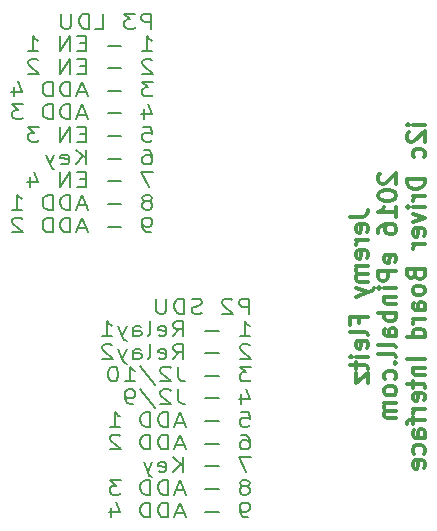
<source format=gbr>
G04 #@! TF.FileFunction,Legend,Bot*
%FSLAX46Y46*%
G04 Gerber Fmt 4.6, Leading zero omitted, Abs format (unit mm)*
G04 Created by KiCad (PCBNEW 4.0.2-4+6225~38~ubuntu15.10.1-stable) date Mon 06 Jun 2016 09:20:46 PM EDT*
%MOMM*%
G01*
G04 APERTURE LIST*
%ADD10C,0.100000*%
%ADD11C,0.300000*%
%ADD12C,0.173000*%
G04 APERTURE END LIST*
D10*
D11*
X147273571Y-110725001D02*
X148345000Y-110725001D01*
X148559286Y-110653573D01*
X148702143Y-110510716D01*
X148773571Y-110296430D01*
X148773571Y-110153573D01*
X148702143Y-112010715D02*
X148773571Y-111867858D01*
X148773571Y-111582144D01*
X148702143Y-111439287D01*
X148559286Y-111367858D01*
X147987857Y-111367858D01*
X147845000Y-111439287D01*
X147773571Y-111582144D01*
X147773571Y-111867858D01*
X147845000Y-112010715D01*
X147987857Y-112082144D01*
X148130714Y-112082144D01*
X148273571Y-111367858D01*
X148773571Y-112725001D02*
X147773571Y-112725001D01*
X148059286Y-112725001D02*
X147916429Y-112796429D01*
X147845000Y-112867858D01*
X147773571Y-113010715D01*
X147773571Y-113153572D01*
X148702143Y-114225000D02*
X148773571Y-114082143D01*
X148773571Y-113796429D01*
X148702143Y-113653572D01*
X148559286Y-113582143D01*
X147987857Y-113582143D01*
X147845000Y-113653572D01*
X147773571Y-113796429D01*
X147773571Y-114082143D01*
X147845000Y-114225000D01*
X147987857Y-114296429D01*
X148130714Y-114296429D01*
X148273571Y-113582143D01*
X148773571Y-114939286D02*
X147773571Y-114939286D01*
X147916429Y-114939286D02*
X147845000Y-115010714D01*
X147773571Y-115153572D01*
X147773571Y-115367857D01*
X147845000Y-115510714D01*
X147987857Y-115582143D01*
X148773571Y-115582143D01*
X147987857Y-115582143D02*
X147845000Y-115653572D01*
X147773571Y-115796429D01*
X147773571Y-116010714D01*
X147845000Y-116153572D01*
X147987857Y-116225000D01*
X148773571Y-116225000D01*
X147773571Y-116796429D02*
X148773571Y-117153572D01*
X147773571Y-117510714D02*
X148773571Y-117153572D01*
X149130714Y-117010714D01*
X149202143Y-116939286D01*
X149273571Y-116796429D01*
X147987857Y-119725000D02*
X147987857Y-119225000D01*
X148773571Y-119225000D02*
X147273571Y-119225000D01*
X147273571Y-119939286D01*
X148773571Y-120725000D02*
X148702143Y-120582142D01*
X148559286Y-120510714D01*
X147273571Y-120510714D01*
X148702143Y-121867856D02*
X148773571Y-121724999D01*
X148773571Y-121439285D01*
X148702143Y-121296428D01*
X148559286Y-121224999D01*
X147987857Y-121224999D01*
X147845000Y-121296428D01*
X147773571Y-121439285D01*
X147773571Y-121724999D01*
X147845000Y-121867856D01*
X147987857Y-121939285D01*
X148130714Y-121939285D01*
X148273571Y-121224999D01*
X148773571Y-122582142D02*
X147773571Y-122582142D01*
X147273571Y-122582142D02*
X147345000Y-122510713D01*
X147416429Y-122582142D01*
X147345000Y-122653570D01*
X147273571Y-122582142D01*
X147416429Y-122582142D01*
X147773571Y-123082142D02*
X147773571Y-123653571D01*
X147273571Y-123296428D02*
X148559286Y-123296428D01*
X148702143Y-123367856D01*
X148773571Y-123510714D01*
X148773571Y-123653571D01*
X147773571Y-124010714D02*
X147773571Y-124796428D01*
X148773571Y-124010714D01*
X148773571Y-124796428D01*
X149816429Y-107082144D02*
X149745000Y-107153573D01*
X149673571Y-107296430D01*
X149673571Y-107653573D01*
X149745000Y-107796430D01*
X149816429Y-107867859D01*
X149959286Y-107939287D01*
X150102143Y-107939287D01*
X150316429Y-107867859D01*
X151173571Y-107010716D01*
X151173571Y-107939287D01*
X149673571Y-108867858D02*
X149673571Y-109010715D01*
X149745000Y-109153572D01*
X149816429Y-109225001D01*
X149959286Y-109296430D01*
X150245000Y-109367858D01*
X150602143Y-109367858D01*
X150887857Y-109296430D01*
X151030714Y-109225001D01*
X151102143Y-109153572D01*
X151173571Y-109010715D01*
X151173571Y-108867858D01*
X151102143Y-108725001D01*
X151030714Y-108653572D01*
X150887857Y-108582144D01*
X150602143Y-108510715D01*
X150245000Y-108510715D01*
X149959286Y-108582144D01*
X149816429Y-108653572D01*
X149745000Y-108725001D01*
X149673571Y-108867858D01*
X151173571Y-110796429D02*
X151173571Y-109939286D01*
X151173571Y-110367858D02*
X149673571Y-110367858D01*
X149887857Y-110225001D01*
X150030714Y-110082143D01*
X150102143Y-109939286D01*
X149673571Y-112082143D02*
X149673571Y-111796429D01*
X149745000Y-111653572D01*
X149816429Y-111582143D01*
X150030714Y-111439286D01*
X150316429Y-111367857D01*
X150887857Y-111367857D01*
X151030714Y-111439286D01*
X151102143Y-111510714D01*
X151173571Y-111653572D01*
X151173571Y-111939286D01*
X151102143Y-112082143D01*
X151030714Y-112153572D01*
X150887857Y-112225000D01*
X150530714Y-112225000D01*
X150387857Y-112153572D01*
X150316429Y-112082143D01*
X150245000Y-111939286D01*
X150245000Y-111653572D01*
X150316429Y-111510714D01*
X150387857Y-111439286D01*
X150530714Y-111367857D01*
X151102143Y-114582142D02*
X151173571Y-114439285D01*
X151173571Y-114153571D01*
X151102143Y-114010714D01*
X150959286Y-113939285D01*
X150387857Y-113939285D01*
X150245000Y-114010714D01*
X150173571Y-114153571D01*
X150173571Y-114439285D01*
X150245000Y-114582142D01*
X150387857Y-114653571D01*
X150530714Y-114653571D01*
X150673571Y-113939285D01*
X151173571Y-115296428D02*
X149673571Y-115296428D01*
X149673571Y-115867856D01*
X149745000Y-116010714D01*
X149816429Y-116082142D01*
X149959286Y-116153571D01*
X150173571Y-116153571D01*
X150316429Y-116082142D01*
X150387857Y-116010714D01*
X150459286Y-115867856D01*
X150459286Y-115296428D01*
X151173571Y-116796428D02*
X150173571Y-116796428D01*
X149673571Y-116796428D02*
X149745000Y-116724999D01*
X149816429Y-116796428D01*
X149745000Y-116867856D01*
X149673571Y-116796428D01*
X149816429Y-116796428D01*
X150173571Y-117510714D02*
X151173571Y-117510714D01*
X150316429Y-117510714D02*
X150245000Y-117582142D01*
X150173571Y-117725000D01*
X150173571Y-117939285D01*
X150245000Y-118082142D01*
X150387857Y-118153571D01*
X151173571Y-118153571D01*
X151173571Y-118867857D02*
X149673571Y-118867857D01*
X150245000Y-118867857D02*
X150173571Y-119010714D01*
X150173571Y-119296428D01*
X150245000Y-119439285D01*
X150316429Y-119510714D01*
X150459286Y-119582143D01*
X150887857Y-119582143D01*
X151030714Y-119510714D01*
X151102143Y-119439285D01*
X151173571Y-119296428D01*
X151173571Y-119010714D01*
X151102143Y-118867857D01*
X151173571Y-120867857D02*
X150387857Y-120867857D01*
X150245000Y-120796428D01*
X150173571Y-120653571D01*
X150173571Y-120367857D01*
X150245000Y-120225000D01*
X151102143Y-120867857D02*
X151173571Y-120725000D01*
X151173571Y-120367857D01*
X151102143Y-120225000D01*
X150959286Y-120153571D01*
X150816429Y-120153571D01*
X150673571Y-120225000D01*
X150602143Y-120367857D01*
X150602143Y-120725000D01*
X150530714Y-120867857D01*
X151173571Y-121796429D02*
X151102143Y-121653571D01*
X150959286Y-121582143D01*
X149673571Y-121582143D01*
X151173571Y-122582143D02*
X151102143Y-122439285D01*
X150959286Y-122367857D01*
X149673571Y-122367857D01*
X151030714Y-123153571D02*
X151102143Y-123224999D01*
X151173571Y-123153571D01*
X151102143Y-123082142D01*
X151030714Y-123153571D01*
X151173571Y-123153571D01*
X151102143Y-124510714D02*
X151173571Y-124367857D01*
X151173571Y-124082143D01*
X151102143Y-123939285D01*
X151030714Y-123867857D01*
X150887857Y-123796428D01*
X150459286Y-123796428D01*
X150316429Y-123867857D01*
X150245000Y-123939285D01*
X150173571Y-124082143D01*
X150173571Y-124367857D01*
X150245000Y-124510714D01*
X151173571Y-125367857D02*
X151102143Y-125224999D01*
X151030714Y-125153571D01*
X150887857Y-125082142D01*
X150459286Y-125082142D01*
X150316429Y-125153571D01*
X150245000Y-125224999D01*
X150173571Y-125367857D01*
X150173571Y-125582142D01*
X150245000Y-125724999D01*
X150316429Y-125796428D01*
X150459286Y-125867857D01*
X150887857Y-125867857D01*
X151030714Y-125796428D01*
X151102143Y-125724999D01*
X151173571Y-125582142D01*
X151173571Y-125367857D01*
X151173571Y-126510714D02*
X150173571Y-126510714D01*
X150316429Y-126510714D02*
X150245000Y-126582142D01*
X150173571Y-126725000D01*
X150173571Y-126939285D01*
X150245000Y-127082142D01*
X150387857Y-127153571D01*
X151173571Y-127153571D01*
X150387857Y-127153571D02*
X150245000Y-127225000D01*
X150173571Y-127367857D01*
X150173571Y-127582142D01*
X150245000Y-127725000D01*
X150387857Y-127796428D01*
X151173571Y-127796428D01*
X153573571Y-102939287D02*
X152573571Y-102939287D01*
X152073571Y-102939287D02*
X152145000Y-102867858D01*
X152216429Y-102939287D01*
X152145000Y-103010715D01*
X152073571Y-102939287D01*
X152216429Y-102939287D01*
X152216429Y-103582144D02*
X152145000Y-103653573D01*
X152073571Y-103796430D01*
X152073571Y-104153573D01*
X152145000Y-104296430D01*
X152216429Y-104367859D01*
X152359286Y-104439287D01*
X152502143Y-104439287D01*
X152716429Y-104367859D01*
X153573571Y-103510716D01*
X153573571Y-104439287D01*
X153502143Y-105725001D02*
X153573571Y-105582144D01*
X153573571Y-105296430D01*
X153502143Y-105153572D01*
X153430714Y-105082144D01*
X153287857Y-105010715D01*
X152859286Y-105010715D01*
X152716429Y-105082144D01*
X152645000Y-105153572D01*
X152573571Y-105296430D01*
X152573571Y-105582144D01*
X152645000Y-105725001D01*
X153573571Y-107510715D02*
X152073571Y-107510715D01*
X152073571Y-107867858D01*
X152145000Y-108082143D01*
X152287857Y-108225001D01*
X152430714Y-108296429D01*
X152716429Y-108367858D01*
X152930714Y-108367858D01*
X153216429Y-108296429D01*
X153359286Y-108225001D01*
X153502143Y-108082143D01*
X153573571Y-107867858D01*
X153573571Y-107510715D01*
X153573571Y-109010715D02*
X152573571Y-109010715D01*
X152859286Y-109010715D02*
X152716429Y-109082143D01*
X152645000Y-109153572D01*
X152573571Y-109296429D01*
X152573571Y-109439286D01*
X153573571Y-109939286D02*
X152573571Y-109939286D01*
X152073571Y-109939286D02*
X152145000Y-109867857D01*
X152216429Y-109939286D01*
X152145000Y-110010714D01*
X152073571Y-109939286D01*
X152216429Y-109939286D01*
X152573571Y-110510715D02*
X153573571Y-110867858D01*
X152573571Y-111225000D01*
X153502143Y-112367857D02*
X153573571Y-112225000D01*
X153573571Y-111939286D01*
X153502143Y-111796429D01*
X153359286Y-111725000D01*
X152787857Y-111725000D01*
X152645000Y-111796429D01*
X152573571Y-111939286D01*
X152573571Y-112225000D01*
X152645000Y-112367857D01*
X152787857Y-112439286D01*
X152930714Y-112439286D01*
X153073571Y-111725000D01*
X153573571Y-113082143D02*
X152573571Y-113082143D01*
X152859286Y-113082143D02*
X152716429Y-113153571D01*
X152645000Y-113225000D01*
X152573571Y-113367857D01*
X152573571Y-113510714D01*
X152787857Y-115653571D02*
X152859286Y-115867857D01*
X152930714Y-115939285D01*
X153073571Y-116010714D01*
X153287857Y-116010714D01*
X153430714Y-115939285D01*
X153502143Y-115867857D01*
X153573571Y-115724999D01*
X153573571Y-115153571D01*
X152073571Y-115153571D01*
X152073571Y-115653571D01*
X152145000Y-115796428D01*
X152216429Y-115867857D01*
X152359286Y-115939285D01*
X152502143Y-115939285D01*
X152645000Y-115867857D01*
X152716429Y-115796428D01*
X152787857Y-115653571D01*
X152787857Y-115153571D01*
X153573571Y-116867857D02*
X153502143Y-116724999D01*
X153430714Y-116653571D01*
X153287857Y-116582142D01*
X152859286Y-116582142D01*
X152716429Y-116653571D01*
X152645000Y-116724999D01*
X152573571Y-116867857D01*
X152573571Y-117082142D01*
X152645000Y-117224999D01*
X152716429Y-117296428D01*
X152859286Y-117367857D01*
X153287857Y-117367857D01*
X153430714Y-117296428D01*
X153502143Y-117224999D01*
X153573571Y-117082142D01*
X153573571Y-116867857D01*
X153573571Y-118653571D02*
X152787857Y-118653571D01*
X152645000Y-118582142D01*
X152573571Y-118439285D01*
X152573571Y-118153571D01*
X152645000Y-118010714D01*
X153502143Y-118653571D02*
X153573571Y-118510714D01*
X153573571Y-118153571D01*
X153502143Y-118010714D01*
X153359286Y-117939285D01*
X153216429Y-117939285D01*
X153073571Y-118010714D01*
X153002143Y-118153571D01*
X153002143Y-118510714D01*
X152930714Y-118653571D01*
X153573571Y-119367857D02*
X152573571Y-119367857D01*
X152859286Y-119367857D02*
X152716429Y-119439285D01*
X152645000Y-119510714D01*
X152573571Y-119653571D01*
X152573571Y-119796428D01*
X153573571Y-120939285D02*
X152073571Y-120939285D01*
X153502143Y-120939285D02*
X153573571Y-120796428D01*
X153573571Y-120510714D01*
X153502143Y-120367856D01*
X153430714Y-120296428D01*
X153287857Y-120224999D01*
X152859286Y-120224999D01*
X152716429Y-120296428D01*
X152645000Y-120367856D01*
X152573571Y-120510714D01*
X152573571Y-120796428D01*
X152645000Y-120939285D01*
X153573571Y-122796428D02*
X152073571Y-122796428D01*
X152573571Y-123510714D02*
X153573571Y-123510714D01*
X152716429Y-123510714D02*
X152645000Y-123582142D01*
X152573571Y-123725000D01*
X152573571Y-123939285D01*
X152645000Y-124082142D01*
X152787857Y-124153571D01*
X153573571Y-124153571D01*
X152573571Y-124653571D02*
X152573571Y-125225000D01*
X152073571Y-124867857D02*
X153359286Y-124867857D01*
X153502143Y-124939285D01*
X153573571Y-125082143D01*
X153573571Y-125225000D01*
X153502143Y-126296428D02*
X153573571Y-126153571D01*
X153573571Y-125867857D01*
X153502143Y-125725000D01*
X153359286Y-125653571D01*
X152787857Y-125653571D01*
X152645000Y-125725000D01*
X152573571Y-125867857D01*
X152573571Y-126153571D01*
X152645000Y-126296428D01*
X152787857Y-126367857D01*
X152930714Y-126367857D01*
X153073571Y-125653571D01*
X153573571Y-127010714D02*
X152573571Y-127010714D01*
X152859286Y-127010714D02*
X152716429Y-127082142D01*
X152645000Y-127153571D01*
X152573571Y-127296428D01*
X152573571Y-127439285D01*
X152573571Y-127724999D02*
X152573571Y-128296428D01*
X153573571Y-127939285D02*
X152287857Y-127939285D01*
X152145000Y-128010713D01*
X152073571Y-128153571D01*
X152073571Y-128296428D01*
X153573571Y-129439285D02*
X152787857Y-129439285D01*
X152645000Y-129367856D01*
X152573571Y-129224999D01*
X152573571Y-128939285D01*
X152645000Y-128796428D01*
X153502143Y-129439285D02*
X153573571Y-129296428D01*
X153573571Y-128939285D01*
X153502143Y-128796428D01*
X153359286Y-128724999D01*
X153216429Y-128724999D01*
X153073571Y-128796428D01*
X153002143Y-128939285D01*
X153002143Y-129296428D01*
X152930714Y-129439285D01*
X153502143Y-130796428D02*
X153573571Y-130653571D01*
X153573571Y-130367857D01*
X153502143Y-130224999D01*
X153430714Y-130153571D01*
X153287857Y-130082142D01*
X152859286Y-130082142D01*
X152716429Y-130153571D01*
X152645000Y-130224999D01*
X152573571Y-130367857D01*
X152573571Y-130653571D01*
X152645000Y-130796428D01*
X153502143Y-132010713D02*
X153573571Y-131867856D01*
X153573571Y-131582142D01*
X153502143Y-131439285D01*
X153359286Y-131367856D01*
X152787857Y-131367856D01*
X152645000Y-131439285D01*
X152573571Y-131582142D01*
X152573571Y-131867856D01*
X152645000Y-132010713D01*
X152787857Y-132082142D01*
X152930714Y-132082142D01*
X153073571Y-131367856D01*
D12*
X138707857Y-118935367D02*
X138707857Y-117689367D01*
X138136429Y-117689367D01*
X137993571Y-117748700D01*
X137922143Y-117808033D01*
X137850714Y-117926700D01*
X137850714Y-118104700D01*
X137922143Y-118223367D01*
X137993571Y-118282700D01*
X138136429Y-118342033D01*
X138707857Y-118342033D01*
X137279286Y-117808033D02*
X137207857Y-117748700D01*
X137065000Y-117689367D01*
X136707857Y-117689367D01*
X136565000Y-117748700D01*
X136493571Y-117808033D01*
X136422143Y-117926700D01*
X136422143Y-118045367D01*
X136493571Y-118223367D01*
X137350714Y-118935367D01*
X136422143Y-118935367D01*
X134707858Y-118876033D02*
X134493572Y-118935367D01*
X134136429Y-118935367D01*
X133993572Y-118876033D01*
X133922143Y-118816700D01*
X133850715Y-118698033D01*
X133850715Y-118579367D01*
X133922143Y-118460700D01*
X133993572Y-118401367D01*
X134136429Y-118342033D01*
X134422143Y-118282700D01*
X134565001Y-118223367D01*
X134636429Y-118164033D01*
X134707858Y-118045367D01*
X134707858Y-117926700D01*
X134636429Y-117808033D01*
X134565001Y-117748700D01*
X134422143Y-117689367D01*
X134065001Y-117689367D01*
X133850715Y-117748700D01*
X133207858Y-118935367D02*
X133207858Y-117689367D01*
X132850715Y-117689367D01*
X132636430Y-117748700D01*
X132493572Y-117867367D01*
X132422144Y-117986033D01*
X132350715Y-118223367D01*
X132350715Y-118401367D01*
X132422144Y-118638700D01*
X132493572Y-118757367D01*
X132636430Y-118876033D01*
X132850715Y-118935367D01*
X133207858Y-118935367D01*
X131707858Y-117689367D02*
X131707858Y-118698033D01*
X131636430Y-118816700D01*
X131565001Y-118876033D01*
X131422144Y-118935367D01*
X131136430Y-118935367D01*
X130993572Y-118876033D01*
X130922144Y-118816700D01*
X130850715Y-118698033D01*
X130850715Y-117689367D01*
X137922143Y-120852767D02*
X138779286Y-120852767D01*
X138350714Y-120852767D02*
X138350714Y-119606767D01*
X138493571Y-119784767D01*
X138636429Y-119903433D01*
X138779286Y-119962767D01*
X136136429Y-120378100D02*
X134993572Y-120378100D01*
X132279286Y-120852767D02*
X132779286Y-120259433D01*
X133136429Y-120852767D02*
X133136429Y-119606767D01*
X132565001Y-119606767D01*
X132422143Y-119666100D01*
X132350715Y-119725433D01*
X132279286Y-119844100D01*
X132279286Y-120022100D01*
X132350715Y-120140767D01*
X132422143Y-120200100D01*
X132565001Y-120259433D01*
X133136429Y-120259433D01*
X131065001Y-120793433D02*
X131207858Y-120852767D01*
X131493572Y-120852767D01*
X131636429Y-120793433D01*
X131707858Y-120674767D01*
X131707858Y-120200100D01*
X131636429Y-120081433D01*
X131493572Y-120022100D01*
X131207858Y-120022100D01*
X131065001Y-120081433D01*
X130993572Y-120200100D01*
X130993572Y-120318767D01*
X131707858Y-120437433D01*
X130136429Y-120852767D02*
X130279287Y-120793433D01*
X130350715Y-120674767D01*
X130350715Y-119606767D01*
X128922144Y-120852767D02*
X128922144Y-120200100D01*
X128993573Y-120081433D01*
X129136430Y-120022100D01*
X129422144Y-120022100D01*
X129565001Y-120081433D01*
X128922144Y-120793433D02*
X129065001Y-120852767D01*
X129422144Y-120852767D01*
X129565001Y-120793433D01*
X129636430Y-120674767D01*
X129636430Y-120556100D01*
X129565001Y-120437433D01*
X129422144Y-120378100D01*
X129065001Y-120378100D01*
X128922144Y-120318767D01*
X128350715Y-120022100D02*
X127993572Y-120852767D01*
X127636430Y-120022100D02*
X127993572Y-120852767D01*
X128136430Y-121149433D01*
X128207858Y-121208767D01*
X128350715Y-121268100D01*
X126279287Y-120852767D02*
X127136430Y-120852767D01*
X126707858Y-120852767D02*
X126707858Y-119606767D01*
X126850715Y-119784767D01*
X126993573Y-119903433D01*
X127136430Y-119962767D01*
X138779286Y-121642833D02*
X138707857Y-121583500D01*
X138565000Y-121524167D01*
X138207857Y-121524167D01*
X138065000Y-121583500D01*
X137993571Y-121642833D01*
X137922143Y-121761500D01*
X137922143Y-121880167D01*
X137993571Y-122058167D01*
X138850714Y-122770167D01*
X137922143Y-122770167D01*
X136136429Y-122295500D02*
X134993572Y-122295500D01*
X132279286Y-122770167D02*
X132779286Y-122176833D01*
X133136429Y-122770167D02*
X133136429Y-121524167D01*
X132565001Y-121524167D01*
X132422143Y-121583500D01*
X132350715Y-121642833D01*
X132279286Y-121761500D01*
X132279286Y-121939500D01*
X132350715Y-122058167D01*
X132422143Y-122117500D01*
X132565001Y-122176833D01*
X133136429Y-122176833D01*
X131065001Y-122710833D02*
X131207858Y-122770167D01*
X131493572Y-122770167D01*
X131636429Y-122710833D01*
X131707858Y-122592167D01*
X131707858Y-122117500D01*
X131636429Y-121998833D01*
X131493572Y-121939500D01*
X131207858Y-121939500D01*
X131065001Y-121998833D01*
X130993572Y-122117500D01*
X130993572Y-122236167D01*
X131707858Y-122354833D01*
X130136429Y-122770167D02*
X130279287Y-122710833D01*
X130350715Y-122592167D01*
X130350715Y-121524167D01*
X128922144Y-122770167D02*
X128922144Y-122117500D01*
X128993573Y-121998833D01*
X129136430Y-121939500D01*
X129422144Y-121939500D01*
X129565001Y-121998833D01*
X128922144Y-122710833D02*
X129065001Y-122770167D01*
X129422144Y-122770167D01*
X129565001Y-122710833D01*
X129636430Y-122592167D01*
X129636430Y-122473500D01*
X129565001Y-122354833D01*
X129422144Y-122295500D01*
X129065001Y-122295500D01*
X128922144Y-122236167D01*
X128350715Y-121939500D02*
X127993572Y-122770167D01*
X127636430Y-121939500D02*
X127993572Y-122770167D01*
X128136430Y-123066833D01*
X128207858Y-123126167D01*
X128350715Y-123185500D01*
X127136430Y-121642833D02*
X127065001Y-121583500D01*
X126922144Y-121524167D01*
X126565001Y-121524167D01*
X126422144Y-121583500D01*
X126350715Y-121642833D01*
X126279287Y-121761500D01*
X126279287Y-121880167D01*
X126350715Y-122058167D01*
X127207858Y-122770167D01*
X126279287Y-122770167D01*
X138850714Y-123441567D02*
X137922143Y-123441567D01*
X138422143Y-123916233D01*
X138207857Y-123916233D01*
X138065000Y-123975567D01*
X137993571Y-124034900D01*
X137922143Y-124153567D01*
X137922143Y-124450233D01*
X137993571Y-124568900D01*
X138065000Y-124628233D01*
X138207857Y-124687567D01*
X138636429Y-124687567D01*
X138779286Y-124628233D01*
X138850714Y-124568900D01*
X136136429Y-124212900D02*
X134993572Y-124212900D01*
X132707858Y-123441567D02*
X132707858Y-124331567D01*
X132779286Y-124509567D01*
X132922143Y-124628233D01*
X133136429Y-124687567D01*
X133279286Y-124687567D01*
X132065001Y-123560233D02*
X131993572Y-123500900D01*
X131850715Y-123441567D01*
X131493572Y-123441567D01*
X131350715Y-123500900D01*
X131279286Y-123560233D01*
X131207858Y-123678900D01*
X131207858Y-123797567D01*
X131279286Y-123975567D01*
X132136429Y-124687567D01*
X131207858Y-124687567D01*
X129493573Y-123382233D02*
X130779287Y-124984233D01*
X128207858Y-124687567D02*
X129065001Y-124687567D01*
X128636429Y-124687567D02*
X128636429Y-123441567D01*
X128779286Y-123619567D01*
X128922144Y-123738233D01*
X129065001Y-123797567D01*
X127279287Y-123441567D02*
X127136430Y-123441567D01*
X126993573Y-123500900D01*
X126922144Y-123560233D01*
X126850715Y-123678900D01*
X126779287Y-123916233D01*
X126779287Y-124212900D01*
X126850715Y-124450233D01*
X126922144Y-124568900D01*
X126993573Y-124628233D01*
X127136430Y-124687567D01*
X127279287Y-124687567D01*
X127422144Y-124628233D01*
X127493573Y-124568900D01*
X127565001Y-124450233D01*
X127636430Y-124212900D01*
X127636430Y-123916233D01*
X127565001Y-123678900D01*
X127493573Y-123560233D01*
X127422144Y-123500900D01*
X127279287Y-123441567D01*
X138065000Y-125774300D02*
X138065000Y-126604967D01*
X138422143Y-125299633D02*
X138779286Y-126189633D01*
X137850714Y-126189633D01*
X136136429Y-126130300D02*
X134993572Y-126130300D01*
X132707858Y-125358967D02*
X132707858Y-126248967D01*
X132779286Y-126426967D01*
X132922143Y-126545633D01*
X133136429Y-126604967D01*
X133279286Y-126604967D01*
X132065001Y-125477633D02*
X131993572Y-125418300D01*
X131850715Y-125358967D01*
X131493572Y-125358967D01*
X131350715Y-125418300D01*
X131279286Y-125477633D01*
X131207858Y-125596300D01*
X131207858Y-125714967D01*
X131279286Y-125892967D01*
X132136429Y-126604967D01*
X131207858Y-126604967D01*
X129493573Y-125299633D02*
X130779287Y-126901633D01*
X128922144Y-126604967D02*
X128636429Y-126604967D01*
X128493572Y-126545633D01*
X128422144Y-126486300D01*
X128279286Y-126308300D01*
X128207858Y-126070967D01*
X128207858Y-125596300D01*
X128279286Y-125477633D01*
X128350715Y-125418300D01*
X128493572Y-125358967D01*
X128779286Y-125358967D01*
X128922144Y-125418300D01*
X128993572Y-125477633D01*
X129065001Y-125596300D01*
X129065001Y-125892967D01*
X128993572Y-126011633D01*
X128922144Y-126070967D01*
X128779286Y-126130300D01*
X128493572Y-126130300D01*
X128350715Y-126070967D01*
X128279286Y-126011633D01*
X128207858Y-125892967D01*
X137993571Y-127276367D02*
X138707857Y-127276367D01*
X138779286Y-127869700D01*
X138707857Y-127810367D01*
X138565000Y-127751033D01*
X138207857Y-127751033D01*
X138065000Y-127810367D01*
X137993571Y-127869700D01*
X137922143Y-127988367D01*
X137922143Y-128285033D01*
X137993571Y-128403700D01*
X138065000Y-128463033D01*
X138207857Y-128522367D01*
X138565000Y-128522367D01*
X138707857Y-128463033D01*
X138779286Y-128403700D01*
X136136429Y-128047700D02*
X134993572Y-128047700D01*
X133207858Y-128166367D02*
X132493572Y-128166367D01*
X133350715Y-128522367D02*
X132850715Y-127276367D01*
X132350715Y-128522367D01*
X131850715Y-128522367D02*
X131850715Y-127276367D01*
X131493572Y-127276367D01*
X131279287Y-127335700D01*
X131136429Y-127454367D01*
X131065001Y-127573033D01*
X130993572Y-127810367D01*
X130993572Y-127988367D01*
X131065001Y-128225700D01*
X131136429Y-128344367D01*
X131279287Y-128463033D01*
X131493572Y-128522367D01*
X131850715Y-128522367D01*
X130350715Y-128522367D02*
X130350715Y-127276367D01*
X129993572Y-127276367D01*
X129779287Y-127335700D01*
X129636429Y-127454367D01*
X129565001Y-127573033D01*
X129493572Y-127810367D01*
X129493572Y-127988367D01*
X129565001Y-128225700D01*
X129636429Y-128344367D01*
X129779287Y-128463033D01*
X129993572Y-128522367D01*
X130350715Y-128522367D01*
X126922144Y-128522367D02*
X127779287Y-128522367D01*
X127350715Y-128522367D02*
X127350715Y-127276367D01*
X127493572Y-127454367D01*
X127636430Y-127573033D01*
X127779287Y-127632367D01*
X138065000Y-129193767D02*
X138350714Y-129193767D01*
X138493571Y-129253100D01*
X138565000Y-129312433D01*
X138707857Y-129490433D01*
X138779286Y-129727767D01*
X138779286Y-130202433D01*
X138707857Y-130321100D01*
X138636429Y-130380433D01*
X138493571Y-130439767D01*
X138207857Y-130439767D01*
X138065000Y-130380433D01*
X137993571Y-130321100D01*
X137922143Y-130202433D01*
X137922143Y-129905767D01*
X137993571Y-129787100D01*
X138065000Y-129727767D01*
X138207857Y-129668433D01*
X138493571Y-129668433D01*
X138636429Y-129727767D01*
X138707857Y-129787100D01*
X138779286Y-129905767D01*
X136136429Y-129965100D02*
X134993572Y-129965100D01*
X133207858Y-130083767D02*
X132493572Y-130083767D01*
X133350715Y-130439767D02*
X132850715Y-129193767D01*
X132350715Y-130439767D01*
X131850715Y-130439767D02*
X131850715Y-129193767D01*
X131493572Y-129193767D01*
X131279287Y-129253100D01*
X131136429Y-129371767D01*
X131065001Y-129490433D01*
X130993572Y-129727767D01*
X130993572Y-129905767D01*
X131065001Y-130143100D01*
X131136429Y-130261767D01*
X131279287Y-130380433D01*
X131493572Y-130439767D01*
X131850715Y-130439767D01*
X130350715Y-130439767D02*
X130350715Y-129193767D01*
X129993572Y-129193767D01*
X129779287Y-129253100D01*
X129636429Y-129371767D01*
X129565001Y-129490433D01*
X129493572Y-129727767D01*
X129493572Y-129905767D01*
X129565001Y-130143100D01*
X129636429Y-130261767D01*
X129779287Y-130380433D01*
X129993572Y-130439767D01*
X130350715Y-130439767D01*
X127779287Y-129312433D02*
X127707858Y-129253100D01*
X127565001Y-129193767D01*
X127207858Y-129193767D01*
X127065001Y-129253100D01*
X126993572Y-129312433D01*
X126922144Y-129431100D01*
X126922144Y-129549767D01*
X126993572Y-129727767D01*
X127850715Y-130439767D01*
X126922144Y-130439767D01*
X138850714Y-131111167D02*
X137850714Y-131111167D01*
X138493571Y-132357167D01*
X136136429Y-131882500D02*
X134993572Y-131882500D01*
X133136429Y-132357167D02*
X133136429Y-131111167D01*
X132279286Y-132357167D02*
X132922143Y-131645167D01*
X132279286Y-131111167D02*
X133136429Y-131823167D01*
X131065001Y-132297833D02*
X131207858Y-132357167D01*
X131493572Y-132357167D01*
X131636429Y-132297833D01*
X131707858Y-132179167D01*
X131707858Y-131704500D01*
X131636429Y-131585833D01*
X131493572Y-131526500D01*
X131207858Y-131526500D01*
X131065001Y-131585833D01*
X130993572Y-131704500D01*
X130993572Y-131823167D01*
X131707858Y-131941833D01*
X130493572Y-131526500D02*
X130136429Y-132357167D01*
X129779287Y-131526500D02*
X130136429Y-132357167D01*
X130279287Y-132653833D01*
X130350715Y-132713167D01*
X130493572Y-132772500D01*
X138493571Y-133562567D02*
X138636429Y-133503233D01*
X138707857Y-133443900D01*
X138779286Y-133325233D01*
X138779286Y-133265900D01*
X138707857Y-133147233D01*
X138636429Y-133087900D01*
X138493571Y-133028567D01*
X138207857Y-133028567D01*
X138065000Y-133087900D01*
X137993571Y-133147233D01*
X137922143Y-133265900D01*
X137922143Y-133325233D01*
X137993571Y-133443900D01*
X138065000Y-133503233D01*
X138207857Y-133562567D01*
X138493571Y-133562567D01*
X138636429Y-133621900D01*
X138707857Y-133681233D01*
X138779286Y-133799900D01*
X138779286Y-134037233D01*
X138707857Y-134155900D01*
X138636429Y-134215233D01*
X138493571Y-134274567D01*
X138207857Y-134274567D01*
X138065000Y-134215233D01*
X137993571Y-134155900D01*
X137922143Y-134037233D01*
X137922143Y-133799900D01*
X137993571Y-133681233D01*
X138065000Y-133621900D01*
X138207857Y-133562567D01*
X136136429Y-133799900D02*
X134993572Y-133799900D01*
X133207858Y-133918567D02*
X132493572Y-133918567D01*
X133350715Y-134274567D02*
X132850715Y-133028567D01*
X132350715Y-134274567D01*
X131850715Y-134274567D02*
X131850715Y-133028567D01*
X131493572Y-133028567D01*
X131279287Y-133087900D01*
X131136429Y-133206567D01*
X131065001Y-133325233D01*
X130993572Y-133562567D01*
X130993572Y-133740567D01*
X131065001Y-133977900D01*
X131136429Y-134096567D01*
X131279287Y-134215233D01*
X131493572Y-134274567D01*
X131850715Y-134274567D01*
X130350715Y-134274567D02*
X130350715Y-133028567D01*
X129993572Y-133028567D01*
X129779287Y-133087900D01*
X129636429Y-133206567D01*
X129565001Y-133325233D01*
X129493572Y-133562567D01*
X129493572Y-133740567D01*
X129565001Y-133977900D01*
X129636429Y-134096567D01*
X129779287Y-134215233D01*
X129993572Y-134274567D01*
X130350715Y-134274567D01*
X127850715Y-133028567D02*
X126922144Y-133028567D01*
X127422144Y-133503233D01*
X127207858Y-133503233D01*
X127065001Y-133562567D01*
X126993572Y-133621900D01*
X126922144Y-133740567D01*
X126922144Y-134037233D01*
X126993572Y-134155900D01*
X127065001Y-134215233D01*
X127207858Y-134274567D01*
X127636430Y-134274567D01*
X127779287Y-134215233D01*
X127850715Y-134155900D01*
X138636429Y-136191967D02*
X138350714Y-136191967D01*
X138207857Y-136132633D01*
X138136429Y-136073300D01*
X137993571Y-135895300D01*
X137922143Y-135657967D01*
X137922143Y-135183300D01*
X137993571Y-135064633D01*
X138065000Y-135005300D01*
X138207857Y-134945967D01*
X138493571Y-134945967D01*
X138636429Y-135005300D01*
X138707857Y-135064633D01*
X138779286Y-135183300D01*
X138779286Y-135479967D01*
X138707857Y-135598633D01*
X138636429Y-135657967D01*
X138493571Y-135717300D01*
X138207857Y-135717300D01*
X138065000Y-135657967D01*
X137993571Y-135598633D01*
X137922143Y-135479967D01*
X136136429Y-135717300D02*
X134993572Y-135717300D01*
X133207858Y-135835967D02*
X132493572Y-135835967D01*
X133350715Y-136191967D02*
X132850715Y-134945967D01*
X132350715Y-136191967D01*
X131850715Y-136191967D02*
X131850715Y-134945967D01*
X131493572Y-134945967D01*
X131279287Y-135005300D01*
X131136429Y-135123967D01*
X131065001Y-135242633D01*
X130993572Y-135479967D01*
X130993572Y-135657967D01*
X131065001Y-135895300D01*
X131136429Y-136013967D01*
X131279287Y-136132633D01*
X131493572Y-136191967D01*
X131850715Y-136191967D01*
X130350715Y-136191967D02*
X130350715Y-134945967D01*
X129993572Y-134945967D01*
X129779287Y-135005300D01*
X129636429Y-135123967D01*
X129565001Y-135242633D01*
X129493572Y-135479967D01*
X129493572Y-135657967D01*
X129565001Y-135895300D01*
X129636429Y-136013967D01*
X129779287Y-136132633D01*
X129993572Y-136191967D01*
X130350715Y-136191967D01*
X127065001Y-135361300D02*
X127065001Y-136191967D01*
X127422144Y-134886633D02*
X127779287Y-135776633D01*
X126850715Y-135776633D01*
X130452857Y-94805367D02*
X130452857Y-93559367D01*
X129881429Y-93559367D01*
X129738571Y-93618700D01*
X129667143Y-93678033D01*
X129595714Y-93796700D01*
X129595714Y-93974700D01*
X129667143Y-94093367D01*
X129738571Y-94152700D01*
X129881429Y-94212033D01*
X130452857Y-94212033D01*
X129095714Y-93559367D02*
X128167143Y-93559367D01*
X128667143Y-94034033D01*
X128452857Y-94034033D01*
X128310000Y-94093367D01*
X128238571Y-94152700D01*
X128167143Y-94271367D01*
X128167143Y-94568033D01*
X128238571Y-94686700D01*
X128310000Y-94746033D01*
X128452857Y-94805367D01*
X128881429Y-94805367D01*
X129024286Y-94746033D01*
X129095714Y-94686700D01*
X125667143Y-94805367D02*
X126381429Y-94805367D01*
X126381429Y-93559367D01*
X125167143Y-94805367D02*
X125167143Y-93559367D01*
X124810000Y-93559367D01*
X124595715Y-93618700D01*
X124452857Y-93737367D01*
X124381429Y-93856033D01*
X124310000Y-94093367D01*
X124310000Y-94271367D01*
X124381429Y-94508700D01*
X124452857Y-94627367D01*
X124595715Y-94746033D01*
X124810000Y-94805367D01*
X125167143Y-94805367D01*
X123667143Y-93559367D02*
X123667143Y-94568033D01*
X123595715Y-94686700D01*
X123524286Y-94746033D01*
X123381429Y-94805367D01*
X123095715Y-94805367D01*
X122952857Y-94746033D01*
X122881429Y-94686700D01*
X122810000Y-94568033D01*
X122810000Y-93559367D01*
X129667143Y-96722767D02*
X130524286Y-96722767D01*
X130095714Y-96722767D02*
X130095714Y-95476767D01*
X130238571Y-95654767D01*
X130381429Y-95773433D01*
X130524286Y-95832767D01*
X127881429Y-96248100D02*
X126738572Y-96248100D01*
X124881429Y-96070100D02*
X124381429Y-96070100D01*
X124167143Y-96722767D02*
X124881429Y-96722767D01*
X124881429Y-95476767D01*
X124167143Y-95476767D01*
X123524286Y-96722767D02*
X123524286Y-95476767D01*
X122667143Y-96722767D01*
X122667143Y-95476767D01*
X120024286Y-96722767D02*
X120881429Y-96722767D01*
X120452857Y-96722767D02*
X120452857Y-95476767D01*
X120595714Y-95654767D01*
X120738572Y-95773433D01*
X120881429Y-95832767D01*
X130524286Y-97512833D02*
X130452857Y-97453500D01*
X130310000Y-97394167D01*
X129952857Y-97394167D01*
X129810000Y-97453500D01*
X129738571Y-97512833D01*
X129667143Y-97631500D01*
X129667143Y-97750167D01*
X129738571Y-97928167D01*
X130595714Y-98640167D01*
X129667143Y-98640167D01*
X127881429Y-98165500D02*
X126738572Y-98165500D01*
X124881429Y-97987500D02*
X124381429Y-97987500D01*
X124167143Y-98640167D02*
X124881429Y-98640167D01*
X124881429Y-97394167D01*
X124167143Y-97394167D01*
X123524286Y-98640167D02*
X123524286Y-97394167D01*
X122667143Y-98640167D01*
X122667143Y-97394167D01*
X120881429Y-97512833D02*
X120810000Y-97453500D01*
X120667143Y-97394167D01*
X120310000Y-97394167D01*
X120167143Y-97453500D01*
X120095714Y-97512833D01*
X120024286Y-97631500D01*
X120024286Y-97750167D01*
X120095714Y-97928167D01*
X120952857Y-98640167D01*
X120024286Y-98640167D01*
X130595714Y-99311567D02*
X129667143Y-99311567D01*
X130167143Y-99786233D01*
X129952857Y-99786233D01*
X129810000Y-99845567D01*
X129738571Y-99904900D01*
X129667143Y-100023567D01*
X129667143Y-100320233D01*
X129738571Y-100438900D01*
X129810000Y-100498233D01*
X129952857Y-100557567D01*
X130381429Y-100557567D01*
X130524286Y-100498233D01*
X130595714Y-100438900D01*
X127881429Y-100082900D02*
X126738572Y-100082900D01*
X124952858Y-100201567D02*
X124238572Y-100201567D01*
X125095715Y-100557567D02*
X124595715Y-99311567D01*
X124095715Y-100557567D01*
X123595715Y-100557567D02*
X123595715Y-99311567D01*
X123238572Y-99311567D01*
X123024287Y-99370900D01*
X122881429Y-99489567D01*
X122810001Y-99608233D01*
X122738572Y-99845567D01*
X122738572Y-100023567D01*
X122810001Y-100260900D01*
X122881429Y-100379567D01*
X123024287Y-100498233D01*
X123238572Y-100557567D01*
X123595715Y-100557567D01*
X122095715Y-100557567D02*
X122095715Y-99311567D01*
X121738572Y-99311567D01*
X121524287Y-99370900D01*
X121381429Y-99489567D01*
X121310001Y-99608233D01*
X121238572Y-99845567D01*
X121238572Y-100023567D01*
X121310001Y-100260900D01*
X121381429Y-100379567D01*
X121524287Y-100498233D01*
X121738572Y-100557567D01*
X122095715Y-100557567D01*
X118810001Y-99726900D02*
X118810001Y-100557567D01*
X119167144Y-99252233D02*
X119524287Y-100142233D01*
X118595715Y-100142233D01*
X129810000Y-101644300D02*
X129810000Y-102474967D01*
X130167143Y-101169633D02*
X130524286Y-102059633D01*
X129595714Y-102059633D01*
X127881429Y-102000300D02*
X126738572Y-102000300D01*
X124952858Y-102118967D02*
X124238572Y-102118967D01*
X125095715Y-102474967D02*
X124595715Y-101228967D01*
X124095715Y-102474967D01*
X123595715Y-102474967D02*
X123595715Y-101228967D01*
X123238572Y-101228967D01*
X123024287Y-101288300D01*
X122881429Y-101406967D01*
X122810001Y-101525633D01*
X122738572Y-101762967D01*
X122738572Y-101940967D01*
X122810001Y-102178300D01*
X122881429Y-102296967D01*
X123024287Y-102415633D01*
X123238572Y-102474967D01*
X123595715Y-102474967D01*
X122095715Y-102474967D02*
X122095715Y-101228967D01*
X121738572Y-101228967D01*
X121524287Y-101288300D01*
X121381429Y-101406967D01*
X121310001Y-101525633D01*
X121238572Y-101762967D01*
X121238572Y-101940967D01*
X121310001Y-102178300D01*
X121381429Y-102296967D01*
X121524287Y-102415633D01*
X121738572Y-102474967D01*
X122095715Y-102474967D01*
X119595715Y-101228967D02*
X118667144Y-101228967D01*
X119167144Y-101703633D01*
X118952858Y-101703633D01*
X118810001Y-101762967D01*
X118738572Y-101822300D01*
X118667144Y-101940967D01*
X118667144Y-102237633D01*
X118738572Y-102356300D01*
X118810001Y-102415633D01*
X118952858Y-102474967D01*
X119381430Y-102474967D01*
X119524287Y-102415633D01*
X119595715Y-102356300D01*
X129738571Y-103146367D02*
X130452857Y-103146367D01*
X130524286Y-103739700D01*
X130452857Y-103680367D01*
X130310000Y-103621033D01*
X129952857Y-103621033D01*
X129810000Y-103680367D01*
X129738571Y-103739700D01*
X129667143Y-103858367D01*
X129667143Y-104155033D01*
X129738571Y-104273700D01*
X129810000Y-104333033D01*
X129952857Y-104392367D01*
X130310000Y-104392367D01*
X130452857Y-104333033D01*
X130524286Y-104273700D01*
X127881429Y-103917700D02*
X126738572Y-103917700D01*
X124881429Y-103739700D02*
X124381429Y-103739700D01*
X124167143Y-104392367D02*
X124881429Y-104392367D01*
X124881429Y-103146367D01*
X124167143Y-103146367D01*
X123524286Y-104392367D02*
X123524286Y-103146367D01*
X122667143Y-104392367D01*
X122667143Y-103146367D01*
X120952857Y-103146367D02*
X120024286Y-103146367D01*
X120524286Y-103621033D01*
X120310000Y-103621033D01*
X120167143Y-103680367D01*
X120095714Y-103739700D01*
X120024286Y-103858367D01*
X120024286Y-104155033D01*
X120095714Y-104273700D01*
X120167143Y-104333033D01*
X120310000Y-104392367D01*
X120738572Y-104392367D01*
X120881429Y-104333033D01*
X120952857Y-104273700D01*
X129810000Y-105063767D02*
X130095714Y-105063767D01*
X130238571Y-105123100D01*
X130310000Y-105182433D01*
X130452857Y-105360433D01*
X130524286Y-105597767D01*
X130524286Y-106072433D01*
X130452857Y-106191100D01*
X130381429Y-106250433D01*
X130238571Y-106309767D01*
X129952857Y-106309767D01*
X129810000Y-106250433D01*
X129738571Y-106191100D01*
X129667143Y-106072433D01*
X129667143Y-105775767D01*
X129738571Y-105657100D01*
X129810000Y-105597767D01*
X129952857Y-105538433D01*
X130238571Y-105538433D01*
X130381429Y-105597767D01*
X130452857Y-105657100D01*
X130524286Y-105775767D01*
X127881429Y-105835100D02*
X126738572Y-105835100D01*
X124881429Y-106309767D02*
X124881429Y-105063767D01*
X124024286Y-106309767D02*
X124667143Y-105597767D01*
X124024286Y-105063767D02*
X124881429Y-105775767D01*
X122810001Y-106250433D02*
X122952858Y-106309767D01*
X123238572Y-106309767D01*
X123381429Y-106250433D01*
X123452858Y-106131767D01*
X123452858Y-105657100D01*
X123381429Y-105538433D01*
X123238572Y-105479100D01*
X122952858Y-105479100D01*
X122810001Y-105538433D01*
X122738572Y-105657100D01*
X122738572Y-105775767D01*
X123452858Y-105894433D01*
X122238572Y-105479100D02*
X121881429Y-106309767D01*
X121524287Y-105479100D02*
X121881429Y-106309767D01*
X122024287Y-106606433D01*
X122095715Y-106665767D01*
X122238572Y-106725100D01*
X130595714Y-106981167D02*
X129595714Y-106981167D01*
X130238571Y-108227167D01*
X127881429Y-107752500D02*
X126738572Y-107752500D01*
X124881429Y-107574500D02*
X124381429Y-107574500D01*
X124167143Y-108227167D02*
X124881429Y-108227167D01*
X124881429Y-106981167D01*
X124167143Y-106981167D01*
X123524286Y-108227167D02*
X123524286Y-106981167D01*
X122667143Y-108227167D01*
X122667143Y-106981167D01*
X120167143Y-107396500D02*
X120167143Y-108227167D01*
X120524286Y-106921833D02*
X120881429Y-107811833D01*
X119952857Y-107811833D01*
X130238571Y-109432567D02*
X130381429Y-109373233D01*
X130452857Y-109313900D01*
X130524286Y-109195233D01*
X130524286Y-109135900D01*
X130452857Y-109017233D01*
X130381429Y-108957900D01*
X130238571Y-108898567D01*
X129952857Y-108898567D01*
X129810000Y-108957900D01*
X129738571Y-109017233D01*
X129667143Y-109135900D01*
X129667143Y-109195233D01*
X129738571Y-109313900D01*
X129810000Y-109373233D01*
X129952857Y-109432567D01*
X130238571Y-109432567D01*
X130381429Y-109491900D01*
X130452857Y-109551233D01*
X130524286Y-109669900D01*
X130524286Y-109907233D01*
X130452857Y-110025900D01*
X130381429Y-110085233D01*
X130238571Y-110144567D01*
X129952857Y-110144567D01*
X129810000Y-110085233D01*
X129738571Y-110025900D01*
X129667143Y-109907233D01*
X129667143Y-109669900D01*
X129738571Y-109551233D01*
X129810000Y-109491900D01*
X129952857Y-109432567D01*
X127881429Y-109669900D02*
X126738572Y-109669900D01*
X124952858Y-109788567D02*
X124238572Y-109788567D01*
X125095715Y-110144567D02*
X124595715Y-108898567D01*
X124095715Y-110144567D01*
X123595715Y-110144567D02*
X123595715Y-108898567D01*
X123238572Y-108898567D01*
X123024287Y-108957900D01*
X122881429Y-109076567D01*
X122810001Y-109195233D01*
X122738572Y-109432567D01*
X122738572Y-109610567D01*
X122810001Y-109847900D01*
X122881429Y-109966567D01*
X123024287Y-110085233D01*
X123238572Y-110144567D01*
X123595715Y-110144567D01*
X122095715Y-110144567D02*
X122095715Y-108898567D01*
X121738572Y-108898567D01*
X121524287Y-108957900D01*
X121381429Y-109076567D01*
X121310001Y-109195233D01*
X121238572Y-109432567D01*
X121238572Y-109610567D01*
X121310001Y-109847900D01*
X121381429Y-109966567D01*
X121524287Y-110085233D01*
X121738572Y-110144567D01*
X122095715Y-110144567D01*
X118667144Y-110144567D02*
X119524287Y-110144567D01*
X119095715Y-110144567D02*
X119095715Y-108898567D01*
X119238572Y-109076567D01*
X119381430Y-109195233D01*
X119524287Y-109254567D01*
X130381429Y-112061967D02*
X130095714Y-112061967D01*
X129952857Y-112002633D01*
X129881429Y-111943300D01*
X129738571Y-111765300D01*
X129667143Y-111527967D01*
X129667143Y-111053300D01*
X129738571Y-110934633D01*
X129810000Y-110875300D01*
X129952857Y-110815967D01*
X130238571Y-110815967D01*
X130381429Y-110875300D01*
X130452857Y-110934633D01*
X130524286Y-111053300D01*
X130524286Y-111349967D01*
X130452857Y-111468633D01*
X130381429Y-111527967D01*
X130238571Y-111587300D01*
X129952857Y-111587300D01*
X129810000Y-111527967D01*
X129738571Y-111468633D01*
X129667143Y-111349967D01*
X127881429Y-111587300D02*
X126738572Y-111587300D01*
X124952858Y-111705967D02*
X124238572Y-111705967D01*
X125095715Y-112061967D02*
X124595715Y-110815967D01*
X124095715Y-112061967D01*
X123595715Y-112061967D02*
X123595715Y-110815967D01*
X123238572Y-110815967D01*
X123024287Y-110875300D01*
X122881429Y-110993967D01*
X122810001Y-111112633D01*
X122738572Y-111349967D01*
X122738572Y-111527967D01*
X122810001Y-111765300D01*
X122881429Y-111883967D01*
X123024287Y-112002633D01*
X123238572Y-112061967D01*
X123595715Y-112061967D01*
X122095715Y-112061967D02*
X122095715Y-110815967D01*
X121738572Y-110815967D01*
X121524287Y-110875300D01*
X121381429Y-110993967D01*
X121310001Y-111112633D01*
X121238572Y-111349967D01*
X121238572Y-111527967D01*
X121310001Y-111765300D01*
X121381429Y-111883967D01*
X121524287Y-112002633D01*
X121738572Y-112061967D01*
X122095715Y-112061967D01*
X119524287Y-110934633D02*
X119452858Y-110875300D01*
X119310001Y-110815967D01*
X118952858Y-110815967D01*
X118810001Y-110875300D01*
X118738572Y-110934633D01*
X118667144Y-111053300D01*
X118667144Y-111171967D01*
X118738572Y-111349967D01*
X119595715Y-112061967D01*
X118667144Y-112061967D01*
M02*

</source>
